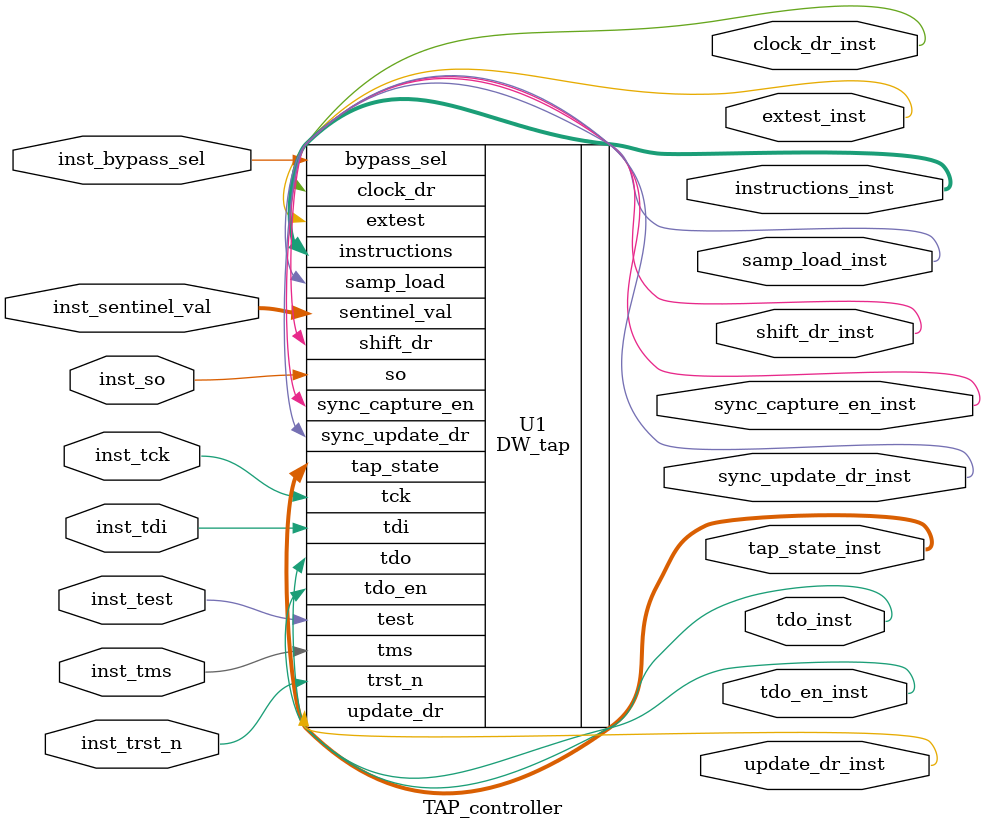
<source format=v>
module TAP_controller( inst_tck,
                    inst_trst_n,
                    inst_tms,
                    inst_tdi,
                    inst_so,
                    
    		    inst_bypass_sel,
                    inst_sentinel_val,
                    clock_dr_inst,
                    shift_dr_inst,
                    update_dr_inst,
                    
    		    tdo_inst,
                    tdo_en_inst,
                    tap_state_inst,
                    extest_inst,
                    samp_load_inst,
                    
    		    instructions_inst,
                    sync_capture_en_inst,
                    sync_update_dr_inst,
                    inst_test );

parameter width = 8;
parameter id = 0;
parameter version = 0;
parameter part = 0;
parameter man_num = 0;
parameter sync_mode = 0;
parameter tst_mode = 1;


input inst_tck;
input inst_trst_n;
input inst_tms;
input inst_tdi;
input inst_so;
input inst_bypass_sel;
input [width-2 : 0] inst_sentinel_val;
output clock_dr_inst;
output shift_dr_inst;
output update_dr_inst;
output tdo_inst;
output tdo_en_inst;
output [15 : 0] tap_state_inst;
output extest_inst;
output samp_load_inst;
output [width-1 : 0] instructions_inst;
output sync_capture_en_inst;
output sync_update_dr_inst;
input inst_test;

    // Instance of DW_tap
    DW_tap #(width,
             id,
             version,
             part,
             man_num,
             sync_mode,
	     tst_mode)
	  U1 (  .tck(inst_tck),
                .trst_n(inst_trst_n),
                .tms(inst_tms),
                .tdi(inst_tdi),
                .so(inst_so),
                .bypass_sel(inst_bypass_sel),
                .sentinel_val(inst_sentinel_val),
                .clock_dr(clock_dr_inst),
                .shift_dr(shift_dr_inst),
                .update_dr(update_dr_inst),
                .tdo(tdo_inst),
                .tdo_en(tdo_en_inst),
                .tap_state(tap_state_inst),
                .extest(extest_inst),
                .samp_load(samp_load_inst),
                .instructions(instructions_inst),
                .sync_capture_en(sync_capture_en_inst),
                .sync_update_dr(sync_update_dr_inst),
                .test(inst_test) );

endmodule

</source>
